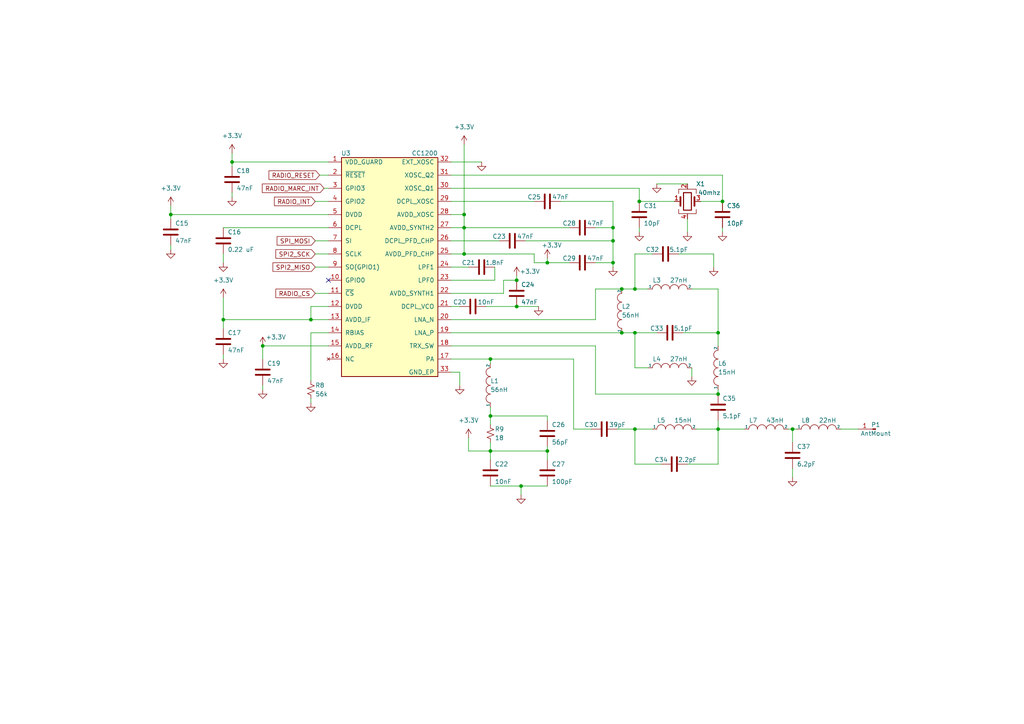
<source format=kicad_sch>
(kicad_sch (version 20211123) (generator eeschema)
  (paper "A4")
  (lib_symbols
    (symbol "Connector:Conn_01x01_Male" (pin_names (offset 1.016) hide)
      (property "Reference" "J" (at 0 2.54 0))
      (property "Value" "Conn_01x01_Male" (at 0 -2.54 0))
      (symbol "Conn_01x01_Male_1_1"
        (polyline (pts (xy 1.27 0) (xy 0.8636 0)) (stroke (width 0.1524)))
        (rectangle (start 0.8636 0.127) (end 0 -0.127) (stroke (width 0.1524)) (fill (type outline)))
        (pin passive line (at 5.08 0 180) (length 3.81) (name "Pin_1") (number "1"))
      )
    )
    (symbol "Device:C" (pin_numbers hide) (pin_names (offset 0.254))
      (property "Reference" "C" (at 0.635 2.54 0))
      (property "Value" "C" (at 0.635 -2.54 0))
      (symbol "C_0_1"
        (polyline (pts (xy -2.032 -0.762) (xy 2.032 -0.762)) (stroke (width 0.508)))
        (polyline (pts (xy -2.032 0.762) (xy 2.032 0.762)) (stroke (width 0.508)))
      )
      (symbol "C_1_1"
        (pin passive line (at 0 3.81 270) (length 2.794) (name "~") (number "1"))
        (pin passive line (at 0 -3.81 90) (length 2.794) (name "~") (number "2"))
      )
    )
    (symbol "Device:Crystal_GND24" (pin_names (offset 1.016) hide)
      (property "Reference" "Y" (at 3.175 5.08 0))
      (property "Value" "Crystal_GND24" (at 3.175 3.175 0))
      (symbol "Crystal_GND24_0_1"
        (rectangle (start -1.143 2.54) (end 1.143 -2.54) (stroke (width 0.3048)))
        (polyline (pts (xy -2.54 0) (xy -2.032 0)))
        (polyline (pts (xy -2.032 -1.27) (xy -2.032 1.27)) (stroke (width 0.508)))
        (polyline (pts (xy 0 -3.81) (xy 0 -3.556)))
        (polyline (pts (xy 0 3.556) (xy 0 3.81)))
        (polyline (pts (xy 2.032 -1.27) (xy 2.032 1.27)) (stroke (width 0.508)))
        (polyline (pts (xy 2.032 0) (xy 2.54 0)))
        (polyline (pts (xy -2.54 -2.286) (xy -2.54 -3.556) (xy 2.54 -3.556) (xy 2.54 -2.286)))
        (polyline (pts (xy -2.54 2.286) (xy -2.54 3.556) (xy 2.54 3.556) (xy 2.54 2.286)))
      )
      (symbol "Crystal_GND24_1_1"
        (pin passive line (at -3.81 0 0) (length 1.27) (name "1") (number "1"))
        (pin passive line (at 0 5.08 270) (length 1.27) (name "2") (number "2"))
        (pin passive line (at 3.81 0 180) (length 1.27) (name "3") (number "3"))
        (pin passive line (at 0 -5.08 90) (length 1.27) (name "4") (number "4"))
      )
    )
    (symbol "Device:R_Small_US" (pin_numbers hide) (pin_names (offset 0.254) hide)
      (property "Reference" "R" (at 0.762 0.508 0))
      (property "Value" "R_Small_US" (at 0.762 -1.016 0))
      (symbol "R_Small_US_1_1"
        (polyline (pts (xy 0 0) (xy 1.016 -0.381) (xy 0 -0.762) (xy -1.016 -1.143) (xy 0 -1.524)))
        (polyline (pts (xy 0 1.524) (xy 1.016 1.143) (xy 0 0.762) (xy -1.016 0.381) (xy 0 0)))
        (pin passive line (at 0 2.54 270) (length 1.016) (name "~") (number "1"))
        (pin passive line (at 0 -2.54 90) (length 1.016) (name "~") (number "2"))
      )
    )
    (symbol "RF:CC1200" (pin_names (offset 1.016))
      (property "Reference" "U3" (at -12.7 29.21 0))
      (property "Value" "CC1200" (at 10.16 29.21 0))
      (symbol "CC1200_0_1"
        (rectangle (start -13.97 27.94) (end 13.97 -35.56) (stroke (width 0.254)) (fill (type background)))
      )
      (symbol "CC1200_1_1"
        (pin power_in line (at -17.78 26.67 0) (length 3.81) (name "VDD_GUARD") (number "1"))
        (pin bidirectional line (at -17.78 -7.62 0) (length 3.81) (name "GPIO0") (number "10"))
        (pin bidirectional line (at -17.78 -11.43 0) (length 3.81) (name "~{CS}") (number "11"))
        (pin power_in line (at -17.78 -15.24 0) (length 3.81) (name "DVDD") (number "12"))
        (pin power_in line (at -17.78 -19.05 0) (length 3.81) (name "AVDD_IF") (number "13"))
        (pin passive line (at -17.78 -22.86 0) (length 3.81) (name "RBIAS") (number "14"))
        (pin power_in line (at -17.78 -26.67 0) (length 3.81) (name "AVDD_RF") (number "15"))
        (pin no_connect line (at -17.78 -30.48 0) (length 3.81) (name "NC") (number "16"))
        (pin passive line (at 17.78 -30.48 180) (length 3.81) (name "PA") (number "17"))
        (pin passive line (at 17.78 -26.67 180) (length 3.81) (name "TRX_SW") (number "18"))
        (pin passive line (at 17.78 -22.86 180) (length 3.81) (name "LNA_P") (number "19"))
        (pin bidirectional line (at -17.78 22.86 0) (length 3.81) (name "~{RESET}") (number "2"))
        (pin passive line (at 17.78 -19.05 180) (length 3.81) (name "LNA_N") (number "20"))
        (pin power_out line (at 17.78 -15.24 180) (length 3.81) (name "DCPL_VCO") (number "21"))
        (pin power_in line (at 17.78 -11.43 180) (length 3.81) (name "AVDD_SYNTH1") (number "22"))
        (pin passive line (at 17.78 -7.62 180) (length 3.81) (name "LPF0") (number "23"))
        (pin passive line (at 17.78 -3.81 180) (length 3.81) (name "LPF1") (number "24"))
        (pin power_in line (at 17.78 0 180) (length 3.81) (name "AVDD_PFD_CHP") (number "25"))
        (pin power_out line (at 17.78 3.81 180) (length 3.81) (name "DCPL_PFD_CHP") (number "26"))
        (pin power_in line (at 17.78 7.62 180) (length 3.81) (name "AVDD_SYNTH2") (number "27"))
        (pin power_in line (at 17.78 11.43 180) (length 3.81) (name "AVDD_XOSC") (number "28"))
        (pin power_out line (at 17.78 15.24 180) (length 3.81) (name "DCPL_XOSC") (number "29"))
        (pin bidirectional line (at -17.78 19.05 0) (length 3.81) (name "GPIO3") (number "3"))
        (pin passive line (at 17.78 19.05 180) (length 3.81) (name "XOSC_Q1") (number "30"))
        (pin passive line (at 17.78 22.86 180) (length 3.81) (name "XOSC_Q2") (number "31"))
        (pin input line (at 17.78 26.67 180) (length 3.81) (name "EXT_XOSC") (number "32"))
        (pin power_in line (at 17.78 -34.29 180) (length 3.81) (name "GND_EP") (number "33"))
        (pin bidirectional line (at -17.78 15.24 0) (length 3.81) (name "GPIO2") (number "4"))
        (pin power_in line (at -17.78 11.43 0) (length 3.81) (name "DVDD") (number "5"))
        (pin power_out line (at -17.78 7.62 0) (length 3.81) (name "DCPL") (number "6"))
        (pin bidirectional line (at -17.78 3.81 0) (length 3.81) (name "SI") (number "7"))
        (pin bidirectional line (at -17.78 0 0) (length 3.81) (name "SCLK") (number "8"))
        (pin bidirectional line (at -17.78 -3.81 0) (length 3.81) (name "SO(GPIO1)") (number "9"))
      )
    )
    (symbol "power:+3.3V" (power) (pin_names (offset 0))
      (property "Value" "+3.3V" (at 0 3.556 0))
      (symbol "+3.3V_0_1"
        (polyline (pts (xy -0.762 1.27) (xy 0 2.54)))
        (polyline (pts (xy 0 0) (xy 0 2.54)))
        (polyline (pts (xy 0 2.54) (xy 0.762 1.27)))
      )
      (symbol "+3.3V_1_1"
        (pin power_in line (at 0 0 90) (length 0) hide (name "+3.3V") (number "1"))
      )
    )
    (symbol "power:GND" (power) (pin_names (offset 0))
      (property "Value" "GND" (at 0 -3.81 0))
      (symbol "GND_0_1"
        (polyline (pts (xy 0 0) (xy 0 -1.27) (xy 1.27 -1.27) (xy 0 -2.54) (xy -1.27 -1.27) (xy 0 -1.27)))
      )
      (symbol "GND_1_1"
        (pin power_in line (at 0 0 270) (length 0) hide (name "GND") (number "1"))
      )
    )
    (symbol "pspice:INDUCTOR" (pin_numbers hide) (pin_names (offset 0))
      (property "Reference" "L" (at 0 2.54 0))
      (property "Value" "INDUCTOR" (at 0 -1.27 0))
      (symbol "INDUCTOR_0_1"
        (arc (start -2.54 0) (mid -3.81 1.27) (end -5.08 0))
        (arc (start 0 0) (mid -1.27 1.27) (end -2.54 0))
        (arc (start 2.54 0) (mid 1.27 1.27) (end 0 0))
        (arc (start 5.08 0) (mid 3.81 1.27) (end 2.54 0))
      )
      (symbol "INDUCTOR_1_1"
        (pin input line (at -6.35 0 0) (length 1.27) (name "1") (number "1"))
        (pin input line (at 6.35 0 180) (length 1.27) (name "2") (number "2"))
      )
    )
  )
  (junction (at 208.28 96.52))
  (junction (at 149.86 88.9))
  (junction (at 134.62 73.66))
  (junction (at 64.77 92.71))
  (junction (at 142.24 104.14))
  (junction (at 90.17 92.71))
  (junction (at 49.53 62.23))
  (junction (at 158.75 76.2))
  (junction (at 177.8 69.85))
  (junction (at 209.55 58.42))
  (junction (at 177.8 76.2))
  (junction (at 151.13 140.97))
  (junction (at 76.2 100.33))
  (junction (at 229.87 124.46))
  (junction (at 177.8 66.04))
  (junction (at 142.24 130.81))
  (junction (at 180.34 96.52))
  (junction (at 67.31 46.99))
  (junction (at 184.15 124.46))
  (junction (at 180.34 83.82))
  (junction (at 134.62 66.04))
  (junction (at 134.62 62.23))
  (junction (at 208.28 124.46))
  (junction (at 149.86 81.28))
  (junction (at 185.42 58.42))
  (junction (at 184.15 83.82))
  (junction (at 142.24 120.65))
  (junction (at 184.15 96.52))
  (junction (at 158.75 130.81))
  (junction (at 208.28 114.3))
  (no_connect (at 95.25 81.28))
  (wire (pts (xy 203.2 58.42) (xy 209.55 58.42)))
  (wire (pts (xy 149.86 88.9) (xy 156.21 88.9)))
  (wire (pts (xy 158.75 76.2) (xy 165.1 76.2)))
  (wire (pts (xy 49.53 59.69) (xy 49.53 62.23)))
  (wire (pts (xy 142.24 140.97) (xy 151.13 140.97)))
  (wire (pts (xy 184.15 73.66) (xy 184.15 83.82)))
  (wire (pts (xy 185.42 54.61) (xy 185.42 58.42)))
  (wire (pts (xy 142.24 130.81) (xy 135.89 130.81)))
  (wire (pts (xy 130.81 54.61) (xy 185.42 54.61)))
  (wire (pts (xy 49.53 71.12) (xy 49.53 72.39)))
  (wire (pts (xy 172.72 83.82) (xy 180.34 83.82)))
  (wire (pts (xy 172.72 100.33) (xy 172.72 114.3)))
  (wire (pts (xy 133.35 107.95) (xy 133.35 111.76)))
  (wire (pts (xy 140.97 88.9) (xy 149.86 88.9)))
  (wire (pts (xy 184.15 134.62) (xy 184.15 124.46)))
  (wire (pts (xy 130.81 50.8) (xy 209.55 50.8)))
  (wire (pts (xy 185.42 58.42) (xy 195.58 58.42)))
  (wire (pts (xy 64.77 86.36) (xy 64.77 92.71)))
  (wire (pts (xy 229.87 124.46) (xy 231.14 124.46)))
  (wire (pts (xy 151.13 140.97) (xy 151.13 143.51)))
  (wire (pts (xy 229.87 124.46) (xy 229.87 128.27)))
  (wire (pts (xy 130.81 73.66) (xy 134.62 73.66)))
  (wire (pts (xy 142.24 130.81) (xy 142.24 133.35)))
  (wire (pts (xy 130.81 81.28) (xy 143.51 81.28)))
  (wire (pts (xy 90.17 88.9) (xy 90.17 92.71)))
  (wire (pts (xy 207.01 73.66) (xy 207.01 77.47)))
  (wire (pts (xy 198.12 96.52) (xy 208.28 96.52)))
  (wire (pts (xy 146.05 85.09) (xy 146.05 81.28)))
  (wire (pts (xy 91.44 85.09) (xy 95.25 85.09)))
  (wire (pts (xy 130.81 62.23) (xy 134.62 62.23)))
  (wire (pts (xy 49.53 62.23) (xy 95.25 62.23)))
  (wire (pts (xy 208.28 124.46) (xy 208.28 121.92)))
  (wire (pts (xy 142.24 104.14) (xy 142.24 105.41)))
  (wire (pts (xy 162.56 58.42) (xy 177.8 58.42)))
  (wire (pts (xy 130.81 66.04) (xy 134.62 66.04)))
  (wire (pts (xy 130.81 88.9) (xy 133.35 88.9)))
  (wire (pts (xy 158.75 121.92) (xy 158.75 120.65)))
  (wire (pts (xy 91.44 58.42) (xy 95.25 58.42)))
  (wire (pts (xy 209.55 50.8) (xy 209.55 58.42)))
  (wire (pts (xy 143.51 77.47) (xy 143.51 81.28)))
  (wire (pts (xy 142.24 120.65) (xy 158.75 120.65)))
  (wire (pts (xy 177.8 66.04) (xy 177.8 69.85)))
  (wire (pts (xy 191.77 134.62) (xy 184.15 134.62)))
  (wire (pts (xy 134.62 73.66) (xy 154.94 73.66)))
  (wire (pts (xy 130.81 107.95) (xy 133.35 107.95)))
  (wire (pts (xy 208.28 83.82) (xy 208.28 96.52)))
  (wire (pts (xy 134.62 62.23) (xy 134.62 66.04)))
  (wire (pts (xy 91.44 77.47) (xy 95.25 77.47)))
  (wire (pts (xy 151.13 140.97) (xy 158.75 140.97)))
  (wire (pts (xy 135.89 130.81) (xy 135.89 127)))
  (wire (pts (xy 158.75 74.93) (xy 158.75 76.2)))
  (wire (pts (xy 91.44 73.66) (xy 95.25 73.66)))
  (wire (pts (xy 64.77 92.71) (xy 90.17 92.71)))
  (wire (pts (xy 185.42 66.04) (xy 185.42 67.31)))
  (wire (pts (xy 130.81 46.99) (xy 139.7 46.99)))
  (wire (pts (xy 92.71 50.8) (xy 95.25 50.8)))
  (wire (pts (xy 67.31 55.88) (xy 67.31 57.15)))
  (wire (pts (xy 130.81 85.09) (xy 146.05 85.09)))
  (wire (pts (xy 93.98 54.61) (xy 95.25 54.61)))
  (wire (pts (xy 184.15 96.52) (xy 180.34 96.52)))
  (wire (pts (xy 172.72 76.2) (xy 177.8 76.2)))
  (wire (pts (xy 154.94 76.2) (xy 158.75 76.2)))
  (wire (pts (xy 149.86 80.01) (xy 149.86 81.28)))
  (wire (pts (xy 187.96 106.68) (xy 184.15 106.68)))
  (wire (pts (xy 154.94 73.66) (xy 154.94 76.2)))
  (wire (pts (xy 179.07 124.46) (xy 184.15 124.46)))
  (wire (pts (xy 208.28 96.52) (xy 208.28 100.33)))
  (wire (pts (xy 76.2 111.76) (xy 76.2 113.03)))
  (wire (pts (xy 199.39 63.5) (xy 199.39 67.31)))
  (wire (pts (xy 177.8 69.85) (xy 177.8 76.2)))
  (wire (pts (xy 67.31 46.99) (xy 67.31 48.26)))
  (wire (pts (xy 130.81 69.85) (xy 144.78 69.85)))
  (wire (pts (xy 209.55 66.04) (xy 209.55 67.31)))
  (wire (pts (xy 184.15 83.82) (xy 187.96 83.82)))
  (wire (pts (xy 134.62 41.91) (xy 134.62 62.23)))
  (wire (pts (xy 49.53 62.23) (xy 49.53 63.5)))
  (wire (pts (xy 208.28 113.03) (xy 208.28 114.3)))
  (wire (pts (xy 228.6 124.46) (xy 229.87 124.46)))
  (wire (pts (xy 90.17 115.57) (xy 90.17 116.84)))
  (wire (pts (xy 172.72 92.71) (xy 130.81 92.71)))
  (wire (pts (xy 95.25 46.99) (xy 67.31 46.99)))
  (wire (pts (xy 90.17 92.71) (xy 95.25 92.71)))
  (wire (pts (xy 76.2 100.33) (xy 76.2 104.14)))
  (wire (pts (xy 200.66 106.68) (xy 200.66 109.22)))
  (wire (pts (xy 130.81 77.47) (xy 135.89 77.47)))
  (wire (pts (xy 201.93 124.46) (xy 208.28 124.46)))
  (wire (pts (xy 134.62 66.04) (xy 165.1 66.04)))
  (wire (pts (xy 91.44 69.85) (xy 95.25 69.85)))
  (wire (pts (xy 146.05 81.28) (xy 149.86 81.28)))
  (wire (pts (xy 130.81 104.14) (xy 142.24 104.14)))
  (wire (pts (xy 177.8 58.42) (xy 177.8 66.04)))
  (wire (pts (xy 64.77 92.71) (xy 64.77 95.25)))
  (wire (pts (xy 243.84 124.46) (xy 248.92 124.46)))
  (wire (pts (xy 196.85 73.66) (xy 207.01 73.66)))
  (wire (pts (xy 158.75 129.54) (xy 158.75 130.81)))
  (wire (pts (xy 208.28 124.46) (xy 215.9 124.46)))
  (wire (pts (xy 172.72 114.3) (xy 208.28 114.3)))
  (wire (pts (xy 172.72 66.04) (xy 177.8 66.04)))
  (wire (pts (xy 200.66 83.82) (xy 208.28 83.82)))
  (wire (pts (xy 172.72 83.82) (xy 172.72 92.71)))
  (wire (pts (xy 152.4 69.85) (xy 177.8 69.85)))
  (wire (pts (xy 64.77 73.66) (xy 64.77 76.2)))
  (wire (pts (xy 199.39 134.62) (xy 208.28 134.62)))
  (wire (pts (xy 184.15 106.68) (xy 184.15 96.52)))
  (wire (pts (xy 142.24 104.14) (xy 166.37 104.14)))
  (wire (pts (xy 184.15 83.82) (xy 180.34 83.82)))
  (wire (pts (xy 64.77 66.04) (xy 95.25 66.04)))
  (wire (pts (xy 166.37 104.14) (xy 166.37 124.46)))
  (wire (pts (xy 177.8 76.2) (xy 177.8 77.47)))
  (wire (pts (xy 189.23 73.66) (xy 184.15 73.66)))
  (wire (pts (xy 184.15 96.52) (xy 190.5 96.52)))
  (wire (pts (xy 208.28 134.62) (xy 208.28 124.46)))
  (wire (pts (xy 95.25 96.52) (xy 90.17 96.52)))
  (wire (pts (xy 76.2 100.33) (xy 95.25 100.33)))
  (wire (pts (xy 142.24 130.81) (xy 158.75 130.81)))
  (wire (pts (xy 184.15 124.46) (xy 189.23 124.46)))
  (wire (pts (xy 158.75 130.81) (xy 158.75 133.35)))
  (wire (pts (xy 64.77 104.14) (xy 64.77 102.87)))
  (wire (pts (xy 130.81 58.42) (xy 154.94 58.42)))
  (wire (pts (xy 95.25 88.9) (xy 90.17 88.9)))
  (wire (pts (xy 67.31 46.99) (xy 67.31 44.45)))
  (wire (pts (xy 229.87 135.89) (xy 229.87 138.43)))
  (wire (pts (xy 142.24 120.65) (xy 142.24 123.19)))
  (wire (pts (xy 134.62 66.04) (xy 134.62 73.66)))
  (wire (pts (xy 190.5 53.34) (xy 199.39 53.34)))
  (wire (pts (xy 142.24 118.11) (xy 142.24 120.65)))
  (wire (pts (xy 130.81 96.52) (xy 180.34 96.52)))
  (wire (pts (xy 130.81 100.33) (xy 172.72 100.33)))
  (wire (pts (xy 90.17 96.52) (xy 90.17 110.49)))
  (wire (pts (xy 142.24 128.27) (xy 142.24 130.81)))
  (wire (pts (xy 166.37 124.46) (xy 171.45 124.46)))
  (global_label "RADIO_CS" (shape input) (at 91.44 85.09 180) (property "Intersheet References" "${INTERSHEET_REFS}" (effects hide)))
  (global_label "RADIO_MARC_INT" (shape input) (at 93.98 54.61 180) (property "Intersheet References" "${INTERSHEET_REFS}" (effects hide)))
  (global_label "SPI2_MISO" (shape input) (at 91.44 77.47 180) (property "Intersheet References" "${INTERSHEET_REFS}" (effects hide)))
  (global_label "SPI2_SCK" (shape input) (at 91.44 73.66 180) (property "Intersheet References" "${INTERSHEET_REFS}" (effects hide)))
  (global_label "RADIO_RESET" (shape input) (at 92.71 50.8 180) (property "Intersheet References" "${INTERSHEET_REFS}" (effects hide)))
  (global_label "SPI_MOSI" (shape input) (at 91.44 69.85 180) (property "Intersheet References" "${INTERSHEET_REFS}" (effects hide)))
  (global_label "RADIO_INT" (shape input) (at 91.44 58.42 180) (property "Intersheet References" "${INTERSHEET_REFS}" (effects hide)))
  (symbol (lib_id "RF:CC1200") (at 113.03 73.66 0) (unit 1)
    (property "Reference" "U3" (at 100.33 44.45 0))
    (property "Value" "CC1200" (at 123.19 44.45 0))
    (property "Footprint" "Package_DFN_QFN:QFN-32-1EP_5x5mm_P0.5mm_EP3.45x3.45mm" (effects hide))
    (property "Datasheet" "http://www.ti.com/lit/ds/symlink/cc1200.pdf" (effects hide))
  )
  (symbol (lib_id "Device:C") (at 168.91 66.04 270) (unit 1)
    (property "Reference" "C28" (at 165.1 64.77 90))
    (property "Value" "47nF" (at 172.72 64.77 90))
    (property "Footprint" "Capacitor_SMD:C_0402_1005Metric" (effects hide))
    (property "Datasheet" "https://datasheet.lcsc.com/lcsc/2004071033_TDK-CGA2B2X7R1C473KT0Y0F_C508865.pdf" (effects hide))
  )
  (symbol (lib_id "power:GND") (at 76.2 113.03 0) (unit 1)
    (property "Reference" "#PWR035" (effects hide))
    (property "Value" "GND" (effects hide))
  )
  (symbol (lib_id "power:GND") (at 49.53 72.39 0) (unit 1)
    (property "Reference" "#PWR028" (effects hide))
    (property "Value" "GND" (effects hide))
  )
  (symbol (lib_id "power:GND") (at 190.5 53.34 0) (unit 1)
    (property "Reference" "#PWR047" (effects hide))
    (property "Value" "GND" (effects hide))
  )
  (symbol (lib_id "power:GND") (at 177.8 77.47 0) (unit 1)
    (property "Reference" "#PWR045" (effects hide))
    (property "Value" "GND" (effects hide))
  )
  (symbol (lib_id "pspice:INDUCTOR") (at 237.49 124.46 0) (unit 1)
    (property "Reference" "L8" (at 233.68 121.92 0))
    (property "Value" "22nH" (at 240.03 121.92 0))
    (property "Footprint" "Capacitor_SMD:C_0402_1005Metric" (effects hide))
    (property "Datasheet" "https://datasheet.lcsc.com/lcsc/1811081613_Murata-Electronics-LQG15HS22NJ02D_C12670.pdf" (effects hide))
  )
  (symbol (lib_id "power:GND") (at 156.21 88.9 0) (unit 1)
    (property "Reference" "#PWR043" (effects hide))
    (property "Value" "GND" (effects hide))
  )
  (symbol (lib_id "power:GND") (at 64.77 104.14 0) (unit 1)
    (property "Reference" "#PWR031" (effects hide))
    (property "Value" "GND" (effects hide))
  )
  (symbol (lib_id "power:+3.3V") (at 149.86 80.01 0) (unit 1)
    (property "Reference" "#PWR041" (effects hide))
    (property "Value" "+3.3V" (at 153.67 78.74 0))
  )
  (symbol (lib_id "power:GND") (at 64.77 76.2 0) (unit 1)
    (property "Reference" "#PWR029" (effects hide))
    (property "Value" "GND" (effects hide))
  )
  (symbol (lib_id "pspice:INDUCTOR") (at 194.31 83.82 0) (unit 1)
    (property "Reference" "L3" (at 190.5 81.28 0))
    (property "Value" "27nH" (at 196.85 81.28 0))
    (property "Footprint" "Capacitor_SMD:C_0402_1005Metric" (effects hide))
    (property "Datasheet" "https://datasheet.lcsc.com/lcsc/1811081610_Murata-Electronics-LQG15HS27NJ02D_C12669.pdf" (effects hide))
  )
  (symbol (lib_id "Device:C") (at 185.42 62.23 0) (unit 1)
    (property "Reference" "C31" (at 186.69 59.69 0) (effects (justify left)))
    (property "Value" "10pF" (at 186.69 64.77 0) (effects (justify left)))
    (property "Footprint" "Capacitor_SMD:C_0402_1005Metric" (effects hide))
    (property "Datasheet" "https://datasheet.lcsc.com/lcsc/1811061736_Walsin-Tech-Corp-0402N100J500CT_C301961.pdf" (effects hide))
  )
  (symbol (lib_id "Device:C") (at 139.7 77.47 270) (unit 1)
    (property "Reference" "C21" (at 135.89 76.2 90))
    (property "Value" "1.8nF" (at 143.51 76.2 90))
    (property "Footprint" "Capacitor_SMD:C_0402_1005Metric" (effects hide))
    (property "Datasheet" "https://datasheet.lcsc.com/lcsc/1810191621_Walsin-Tech-Corp-0402B182K500CT_C152808.pdf" (effects hide))
  )
  (symbol (lib_id "Device:C") (at 148.59 69.85 270) (unit 1)
    (property "Reference" "C23" (at 144.78 68.58 90))
    (property "Value" "47nF" (at 152.4 68.58 90))
    (property "Footprint" "Capacitor_SMD:C_0402_1005Metric" (effects hide))
    (property "Datasheet" "https://datasheet.lcsc.com/lcsc/2004071033_TDK-CGA2B2X7R1C473KT0Y0F_C508865.pdf" (effects hide))
  )
  (symbol (lib_id "power:GND") (at 151.13 143.51 0) (unit 1)
    (property "Reference" "#PWR042" (effects hide))
    (property "Value" "GND" (effects hide))
  )
  (symbol (lib_id "Device:C") (at 64.77 99.06 0) (unit 1)
    (property "Reference" "C17" (at 66.04 96.52 0) (effects (justify left)))
    (property "Value" "47nF" (at 66.04 101.6 0) (effects (justify left)))
    (property "Footprint" "Capacitor_SMD:C_0402_1005Metric" (effects hide))
    (property "Datasheet" "https://datasheet.lcsc.com/lcsc/2004071033_TDK-CGA2B2X7R1C473KT0Y0F_C508865.pdf" (effects hide))
  )
  (symbol (lib_id "Device:C") (at 209.55 62.23 0) (unit 1)
    (property "Reference" "C36" (at 210.82 59.69 0) (effects (justify left)))
    (property "Value" "10pF" (at 210.82 64.77 0) (effects (justify left)))
    (property "Footprint" "Capacitor_SMD:C_0402_1005Metric" (effects hide))
    (property "Datasheet" "https://datasheet.lcsc.com/lcsc/1811061736_Walsin-Tech-Corp-0402N100J500CT_C301961.pdf" (effects hide))
  )
  (symbol (lib_id "Device:C") (at 149.86 85.09 0) (unit 1)
    (property "Reference" "C24" (at 151.13 82.55 0) (effects (justify left)))
    (property "Value" "47nF" (at 151.13 87.63 0) (effects (justify left)))
    (property "Footprint" "Capacitor_SMD:C_0402_1005Metric" (effects hide))
    (property "Datasheet" "https://datasheet.lcsc.com/lcsc/2004071033_TDK-CGA2B2X7R1C473KT0Y0F_C508865.pdf" (effects hide))
  )
  (symbol (lib_id "Device:C") (at 158.75 137.16 0) (unit 1)
    (property "Reference" "C27" (at 160.02 134.62 0) (effects (justify left)))
    (property "Value" "100pF" (at 160.02 139.7 0) (effects (justify left)))
    (property "Footprint" "Capacitor_SMD:C_0402_1005Metric" (effects hide))
    (property "Datasheet" "https://datasheet.lcsc.com/lcsc/1811081510_Murata-Electronics-GCM1555C1H101JA16D_C126492.pdf" (effects hide))
  )
  (symbol (lib_id "Device:C") (at 193.04 73.66 270) (unit 1)
    (property "Reference" "C32" (at 189.23 72.39 90))
    (property "Value" "5.1pF" (at 196.85 72.39 90))
    (property "Footprint" "Capacitor_SMD:C_0402_1005Metric" (effects hide))
    (property "Datasheet" "https://datasheet.lcsc.com/lcsc/1810241229_YAGEO-CC0402CRNPO9BN5R1_C281761.pdf" (effects hide))
  )
  (symbol (lib_id "power:GND") (at 67.31 57.15 0) (unit 1)
    (property "Reference" "#PWR033" (effects hide))
    (property "Value" "GND" (effects hide))
  )
  (symbol (lib_id "pspice:INDUCTOR") (at 222.25 124.46 0) (unit 1)
    (property "Reference" "L7" (at 218.44 121.92 0))
    (property "Value" "43nH" (at 224.79 121.92 0))
    (property "Footprint" "Capacitor_SMD:C_0402_1005Metric" (effects hide))
    (property "Datasheet" "https://datasheet.lcsc.com/lcsc/1810010216_TDK-MLG1005S43NJT000_C99149.pdf" (effects hide))
  )
  (symbol (lib_id "Device:R_Small_US") (at 90.17 113.03 0) (unit 1)
    (property "Reference" "R8" (at 91.44 111.76 0) (effects (justify left)))
    (property "Value" "56k" (at 91.44 114.3 0) (effects (justify left)))
    (property "Footprint" "Capacitor_SMD:C_0402_1005Metric" (effects hide))
    (property "Datasheet" "https://datasheet.lcsc.com/lcsc/2206010100_UNI-ROYAL-Uniroyal-Elec-0402WGF5602TCE_C25796.pdf" (effects hide))
  )
  (symbol (lib_id "Device:C") (at 158.75 58.42 270) (unit 1)
    (property "Reference" "C25" (at 154.94 57.15 90))
    (property "Value" "47nF" (at 162.56 57.15 90))
    (property "Footprint" "Capacitor_SMD:C_0402_1005Metric" (effects hide))
    (property "Datasheet" "https://datasheet.lcsc.com/lcsc/2004071033_TDK-CGA2B2X7R1C473KT0Y0F_C508865.pdf" (effects hide))
  )
  (symbol (lib_id "power:GND") (at 90.17 116.84 0) (unit 1)
    (property "Reference" "#PWR036" (effects hide))
    (property "Value" "GND" (effects hide))
  )
  (symbol (lib_id "Device:C") (at 142.24 137.16 0) (unit 1)
    (property "Reference" "C22" (at 143.51 134.62 0) (effects (justify left)))
    (property "Value" "10nF" (at 143.51 139.7 0) (effects (justify left)))
    (property "Footprint" "Capacitor_SMD:C_0402_1005Metric" (effects hide))
    (property "Datasheet" "https://datasheet.lcsc.com/lcsc/1808291033_Johanson-Dielectrics-250R07W103KV4T_C167438.pdf" (effects hide))
  )
  (symbol (lib_id "power:GND") (at 207.01 77.47 0) (unit 1)
    (property "Reference" "#PWR050" (effects hide))
    (property "Value" "GND" (effects hide))
  )
  (symbol (lib_id "Device:C") (at 49.53 67.31 0) (unit 1)
    (property "Reference" "C15" (at 50.8 64.77 0) (effects (justify left)))
    (property "Value" "47nF" (at 50.8 69.85 0) (effects (justify left)))
    (property "Footprint" "Capacitor_SMD:C_0402_1005Metric" (effects hide))
    (property "Datasheet" "https://datasheet.lcsc.com/lcsc/2004071033_TDK-CGA2B2X7R1C473KT0Y0F_C508865.pdf" (effects hide))
  )
  (symbol (lib_id "Device:C") (at 168.91 76.2 270) (unit 1)
    (property "Reference" "C29" (at 165.1 74.93 90))
    (property "Value" "47nF" (at 172.72 74.93 90))
    (property "Footprint" "Capacitor_SMD:C_0402_1005Metric" (effects hide))
    (property "Datasheet" "https://datasheet.lcsc.com/lcsc/2004071033_TDK-CGA2B2X7R1C473KT0Y0F_C508865.pdf" (effects hide))
  )
  (symbol (lib_id "power:+3.3V") (at 67.31 44.45 0) (unit 1)
    (property "Reference" "#PWR032" (effects hide))
    (property "Value" "+3.3V" (at 67.31 39.37 0))
  )
  (symbol (lib_id "power:GND") (at 199.39 67.31 0) (unit 1)
    (property "Reference" "#PWR048" (effects hide))
    (property "Value" "GND" (effects hide))
  )
  (symbol (lib_id "pspice:INDUCTOR") (at 194.31 106.68 0) (unit 1)
    (property "Reference" "L4" (at 190.5 104.14 0))
    (property "Value" "27nH" (at 196.85 104.14 0))
    (property "Footprint" "Capacitor_SMD:C_0402_1005Metric" (effects hide))
    (property "Datasheet" "https://datasheet.lcsc.com/lcsc/1811081610_Murata-Electronics-LQG15HS27NJ02D_C12669.pdf" (effects hide))
  )
  (symbol (lib_id "Device:C") (at 195.58 134.62 270) (unit 1)
    (property "Reference" "C34" (at 191.77 133.35 90))
    (property "Value" "2.2pF" (at 199.39 133.35 90))
    (property "Footprint" "Capacitor_SMD:C_0402_1005Metric" (effects hide))
    (property "Datasheet" "https://datasheet.lcsc.com/lcsc/1811081723_Murata-Electronics-GJM1555C1H2R2BB01D_C88886.pdf" (effects hide))
  )
  (symbol (lib_id "Device:C") (at 67.31 52.07 0) (unit 1)
    (property "Reference" "C18" (at 68.58 49.53 0) (effects (justify left)))
    (property "Value" "47nF" (at 68.58 54.61 0) (effects (justify left)))
    (property "Footprint" "Capacitor_SMD:C_0402_1005Metric" (effects hide))
    (property "Datasheet" "https://datasheet.lcsc.com/lcsc/2004071033_TDK-CGA2B2X7R1C473KT0Y0F_C508865.pdf" (effects hide))
  )
  (symbol (lib_id "power:+3.3V") (at 134.62 41.91 0) (unit 1)
    (property "Reference" "#PWR038" (effects hide))
    (property "Value" "+3.3V" (at 134.62 36.83 0))
  )
  (symbol (lib_id "Device:C") (at 194.31 96.52 270) (unit 1)
    (property "Reference" "C33" (at 190.5 95.25 90))
    (property "Value" "5.1pF" (at 198.12 95.25 90))
    (property "Footprint" "Capacitor_SMD:C_0402_1005Metric" (effects hide))
    (property "Datasheet" "https://datasheet.lcsc.com/lcsc/1810241229_YAGEO-CC0402CRNPO9BN5R1_C281761.pdf" (effects hide))
  )
  (symbol (lib_id "pspice:INDUCTOR") (at 142.24 111.76 90) (unit 1)
    (property "Reference" "L1" (at 142.24 110.49 90) (effects (justify right)))
    (property "Value" "56nH" (at 142.24 113.03 90) (effects (justify right)))
    (property "Footprint" "Capacitor_SMD:C_0402_1005Metric" (effects hide))
    (property "Datasheet" "https://datasheet.lcsc.com/lcsc/1811081511_Murata-Electronics-LQG15HS56NJ02D_C162544.pdf" (effects hide))
  )
  (symbol (lib_id "pspice:INDUCTOR") (at 208.28 106.68 90) (unit 1)
    (property "Reference" "L6" (at 208.28 105.41 90) (effects (justify right)))
    (property "Value" "15nH" (at 208.28 107.95 90) (effects (justify right)))
    (property "Footprint" "Capacitor_SMD:C_0402_1005Metric" (effects hide))
    (property "Datasheet" "https://datasheet.lcsc.com/lcsc/1811081610_Murata-Electronics-LQG15HS15NJ02D_C86059.pdf" (effects hide))
  )
  (symbol (lib_id "Device:Crystal_GND24") (at 199.39 58.42 0) (unit 1)
    (property "Reference" "X1" (at 203.2 53.34 0))
    (property "Value" "40mhz" (at 205.74 55.88 0))
    (property "Footprint" "Oscillator:Oscillator_SMD_Abracon_ASE-4Pin_3.2x2.5mm" (effects hide))
    (property "Datasheet" "https://abracon.com/Resonators/ABM8W.pdf" (effects hide))
  )
  (symbol (lib_id "power:GND") (at 200.66 109.22 0) (unit 1)
    (property "Reference" "#PWR049" (effects hide))
    (property "Value" "GND" (effects hide))
  )
  (symbol (lib_id "Device:R_Small_US") (at 142.24 125.73 0) (unit 1)
    (property "Reference" "R9" (at 143.51 124.46 0) (effects (justify left)))
    (property "Value" "18" (at 143.51 127 0) (effects (justify left)))
    (property "Footprint" "Capacitor_SMD:C_0402_1005Metric" (effects hide))
    (property "Datasheet" "https://datasheet.lcsc.com/lcsc/2205311900_UNI-ROYAL-Uniroyal-Elec-0402WGF180JTCE_C25084.pdf" (effects hide))
  )
  (symbol (lib_id "Device:C") (at 64.77 69.85 0) (unit 1)
    (property "Reference" "C16" (at 66.04 67.31 0) (effects (justify left)))
    (property "Value" "0.22 uF" (at 66.04 72.39 0) (effects (justify left)))
    (property "Footprint" "Capacitor_SMD:C_0402_1005Metric" (effects hide))
    (property "Datasheet" "https://jlcpcb.com/partdetail/Tdk-CGA2B2X7R1C473KT0Y0F/C508865" (effects hide))
  )
  (symbol (lib_id "power:GND") (at 185.42 67.31 0) (unit 1)
    (property "Reference" "#PWR046" (effects hide))
    (property "Value" "GND" (effects hide))
  )
  (symbol (lib_id "power:+3.3V") (at 64.77 86.36 0) (unit 1)
    (property "Reference" "#PWR030" (effects hide))
    (property "Value" "+3.3V" (at 64.77 81.28 0))
  )
  (symbol (lib_id "Device:C") (at 137.16 88.9 270) (unit 1)
    (property "Reference" "C20" (at 133.35 87.63 90))
    (property "Value" "10nF" (at 140.97 87.63 90))
    (property "Footprint" "Capacitor_SMD:C_0402_1005Metric" (effects hide))
    (property "Datasheet" "https://datasheet.lcsc.com/lcsc/1808291033_Johanson-Dielectrics-250R07W103KV4T_C167438.pdf" (effects hide))
  )
  (symbol (lib_id "power:GND") (at 209.55 67.31 0) (unit 1)
    (property "Reference" "#PWR051" (effects hide))
    (property "Value" "GND" (effects hide))
  )
  (symbol (lib_id "power:+3.3V") (at 135.89 127 0) (unit 1)
    (property "Reference" "#PWR039" (effects hide))
    (property "Value" "+3.3V" (at 135.89 121.92 0))
  )
  (symbol (lib_id "power:+3.3V") (at 49.53 59.69 0) (unit 1)
    (property "Reference" "#PWR027" (effects hide))
    (property "Value" "+3.3V" (at 49.53 54.61 0))
  )
  (symbol (lib_id "power:+3.3V") (at 158.75 74.93 0) (unit 1)
    (property "Reference" "#PWR044" (effects hide))
    (property "Value" "+3.3V" (at 160.02 71.12 0))
  )
  (symbol (lib_id "power:GND") (at 139.7 46.99 0) (unit 1)
    (property "Reference" "#PWR040" (effects hide))
    (property "Value" "GND" (effects hide))
  )
  (symbol (lib_id "Device:C") (at 229.87 132.08 0) (unit 1)
    (property "Reference" "C37" (at 231.14 129.54 0) (effects (justify left)))
    (property "Value" "6.2pF" (at 231.14 134.62 0) (effects (justify left)))
    (property "Footprint" "Capacitor_SMD:C_0402_1005Metric" (effects hide))
    (property "Datasheet" "https://datasheet.lcsc.com/lcsc/1912111437_Murata-Electronics-GJM1555C1H6R2CB01D_C415542.pdf" (effects hide))
  )
  (symbol (lib_id "Device:C") (at 208.28 118.11 0) (unit 1)
    (property "Reference" "C35" (at 209.55 115.57 0) (effects (justify left)))
    (property "Value" "5.1pF" (at 209.55 120.65 0) (effects (justify left)))
    (property "Footprint" "Capacitor_SMD:C_0402_1005Metric" (effects hide))
    (property "Datasheet" "https://datasheet.lcsc.com/lcsc/1810241229_YAGEO-CC0402CRNPO9BN5R1_C281761.pdf" (effects hide))
  )
  (symbol (lib_id "pspice:INDUCTOR") (at 180.34 90.17 90) (unit 1)
    (property "Reference" "L2" (at 180.34 88.9 90) (effects (justify right)))
    (property "Value" "56nH" (at 180.34 91.44 90) (effects (justify right)))
    (property "Footprint" "Capacitor_SMD:C_0402_1005Metric" (effects hide))
    (property "Datasheet" "https://datasheet.lcsc.com/lcsc/1811081511_Murata-Electronics-LQG15HS56NJ02D_C162544.pdf" (effects hide))
  )
  (symbol (lib_id "pspice:INDUCTOR") (at 195.58 124.46 0) (unit 1)
    (property "Reference" "L5" (at 191.77 121.92 0))
    (property "Value" "15nH" (at 198.12 121.92 0))
    (property "Footprint" "Capacitor_SMD:C_0402_1005Metric" (effects hide))
    (property "Datasheet" "https://datasheet.lcsc.com/lcsc/1811081610_Murata-Electronics-LQG15HS15NJ02D_C86059.pdf" (effects hide))
  )
  (symbol (lib_id "Device:C") (at 175.26 124.46 270) (unit 1)
    (property "Reference" "C30" (at 171.45 123.19 90))
    (property "Value" "39pF" (at 179.07 123.19 90))
    (property "Footprint" "Capacitor_SMD:C_0402_1005Metric" (effects hide))
    (property "Datasheet" "https://datasheet.lcsc.com/lcsc/1810231022_Samsung-Electro-Mechanics-CL05C390JB5NNNC_C86288.pdf" (effects hide))
  )
  (symbol (lib_id "Device:C") (at 158.75 125.73 0) (unit 1)
    (property "Reference" "C26" (at 160.02 123.19 0) (effects (justify left)))
    (property "Value" "56pF" (at 160.02 128.27 0) (effects (justify left)))
    (property "Footprint" "Capacitor_SMD:C_0402_1005Metric" (effects hide))
    (property "Datasheet" "https://datasheet.lcsc.com/lcsc/1912111437_Walsin-Tech-Corp-MT15N560J500CT_C335543.pdf" (effects hide))
  )
  (symbol (lib_id "Device:C") (at 76.2 107.95 0) (unit 1)
    (property "Reference" "C19" (at 77.47 105.41 0) (effects (justify left)))
    (property "Value" "47nF" (at 77.47 110.49 0) (effects (justify left)))
    (property "Footprint" "Capacitor_SMD:C_0402_1005Metric" (effects hide))
    (property "Datasheet" "https://datasheet.lcsc.com/lcsc/2004071033_TDK-CGA2B2X7R1C473KT0Y0F_C508865.pdf" (effects hide))
  )
  (symbol (lib_id "power:+3.3V") (at 76.2 100.33 0) (unit 1)
    (property "Reference" "#PWR034" (effects hide))
    (property "Value" "+3.3V" (at 80.01 97.79 0))
  )
  (symbol (lib_id "Connector:Conn_01x01_Male") (at 254 124.46 180) (unit 1)
    (property "Reference" "P1" (at 254 123.19 0))
    (property "Value" "AntMount" (at 254 125.73 0))
    (property "Footprint" "Connector_Coaxial:SMA_Amphenol_132134-11_Vertical" (effects hide))
    (property "Datasheet" "C504007" (effects hide))
  )
  (symbol (lib_id "power:GND") (at 229.87 138.43 0) (unit 1)
    (property "Reference" "#PWR052" (effects hide))
    (property "Value" "GND" (effects hide))
  )
  (symbol (lib_id "power:GND") (at 133.35 111.76 0) (unit 1)
    (property "Reference" "#PWR037" (effects hide))
    (property "Value" "GND" (effects hide))
  )
)
</source>
